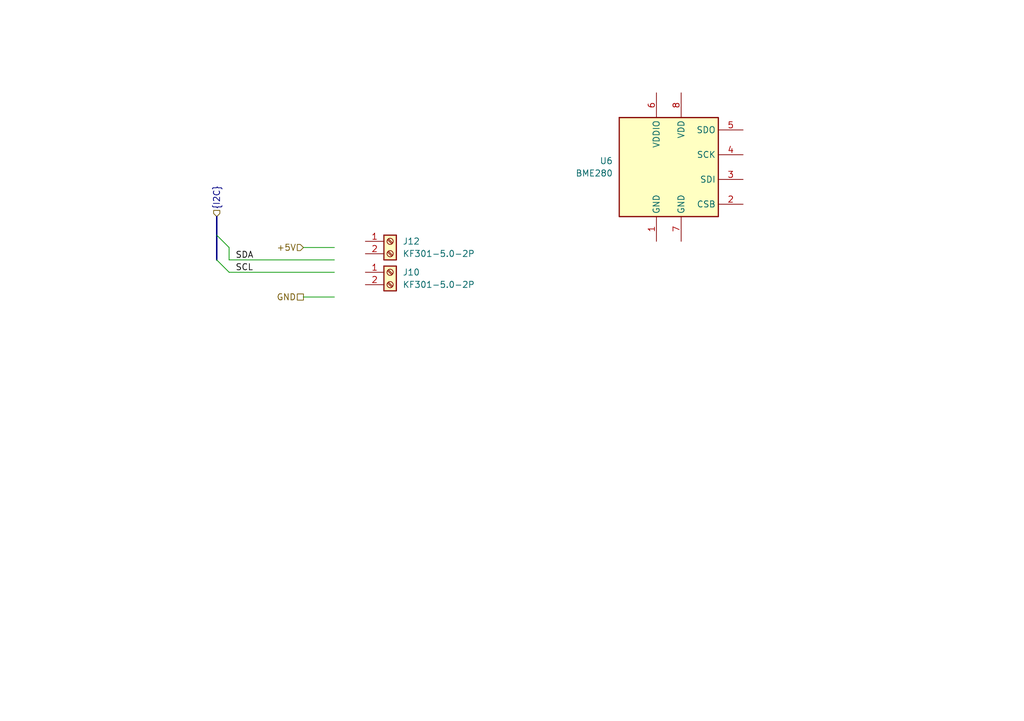
<source format=kicad_sch>
(kicad_sch (version 20231120) (generator "eeschema") (generator_version "8.0")
  (paper "A5")
  (title_block (title "MCU interfaces") (date "2024-04-17") (rev "1.0"))
  (lib_symbols
    (symbol "Connector:Screw_Terminal_01x02" (pin_names (offset 1.016) hide)
      (property "Reference" "J" (at 0 2.54 0))
      (property "Value" "Screw_Terminal_01x02" (at 0 -5.08 0))
      (symbol "Screw_Terminal_01x02_1_1"
        (rectangle (start -1.27 1.27) (end 1.27 -3.81) (stroke (width 0.254)) (fill (type background)))
        (circle (center 0 -2.54) (radius 0.635) (stroke (width 0.1524)))
        (polyline (pts (xy -0.5334 -2.2098) (xy 0.3302 -3.048)) (stroke (width 0.1524)))
        (polyline (pts (xy -0.5334 0.3302) (xy 0.3302 -0.508)) (stroke (width 0.1524)))
        (polyline (pts (xy -0.3556 -2.032) (xy 0.508 -2.8702)) (stroke (width 0.1524)))
        (polyline (pts (xy -0.3556 0.508) (xy 0.508 -0.3302)) (stroke (width 0.1524)))
        (circle (center 0 0) (radius 0.635) (stroke (width 0.1524)))
        (pin passive line (at -5.08 0 0) (length 3.81) (name "Pin_1") (number "1"))
        (pin passive line (at -5.08 -2.54 0) (length 3.81) (name "Pin_2") (number "2"))
      )
    )
    (symbol "Sensor:BME280"
      (property "Reference" "U" (at -8.89 11.43 0))
      (property "Value" "BME280" (at 7.62 11.43 0))
      (symbol "BME280_0_1"
        (rectangle (start -10.16 10.16) (end 10.16 -10.16) (stroke (width 0.254)) (fill (type background)))
      )
      (symbol "BME280_1_1"
        (pin power_in line (at -2.54 -15.24 90) (length 5.08) (name "GND") (number "1"))
        (pin input line (at 15.24 -7.62 180) (length 5.08) (name "CSB") (number "2"))
        (pin bidirectional line (at 15.24 -2.54 180) (length 5.08) (name "SDI") (number "3"))
        (pin input line (at 15.24 2.54 180) (length 5.08) (name "SCK") (number "4"))
        (pin bidirectional line (at 15.24 7.62 180) (length 5.08) (name "SDO") (number "5"))
        (pin power_in line (at -2.54 15.24 270) (length 5.08) (name "VDDIO") (number "6"))
        (pin power_in line (at 2.54 -15.24 90) (length 5.08) (name "GND") (number "7"))
        (pin power_in line (at 2.54 15.24 270) (length 5.08) (name "VDD") (number "8"))
      )
    )
  )
  (bus_entry (at 44.45 53.34) (size 2.54 2.54))
  (bus_entry (at 44.45 48.26) (size 2.54 2.54))
  (wire (pts (xy 62.23 50.8) (xy 68.58 50.8)))
  (wire (pts (xy 46.99 55.88) (xy 68.58 55.88)))
  (bus (pts (xy 44.45 44.45) (xy 44.45 48.26)))
  (wire (pts (xy 46.99 50.8) (xy 46.99 53.34)))
  (bus (pts (xy 44.45 48.26) (xy 44.45 53.34)))
  (wire (pts (xy 46.99 53.34) (xy 68.58 53.34)))
  (wire (pts (xy 62.23 60.96) (xy 68.58 60.96)))
  (label "SCL" (at 48.26 55.88 0))
  (label "SDA" (at 48.26 53.34 0))
  (hierarchical_label "{I2C}" (shape input) (at 44.45 44.45 90))
  (hierarchical_label "+5V" (shape input) (at 62.23 50.8 180))
  (hierarchical_label "GND" (shape passive) (at 62.23 60.96 180))
  (symbol (lib_id "Connector:Screw_Terminal_01x02") (at 80.01 55.88 0) (unit 1)
    (property "Reference" "J10" (at 82.55 55.8799 0) (effects (justify left)))
    (property "Value" "KF301-5.0-2P" (at 82.55 58.4199 0) (effects (justify left)))
    (property "Footprint" "TerminalBlock_Phoenix:TerminalBlock_Phoenix_MKDS-1,5-2_1x02_P5.00mm_Horizontal" (effects (hide yes)))
    (property "Description" "Generic screw terminal, single row, 01x02, script generated (kicad-library-utils/schlib/autogen/connector/)" (effects (hide yes)))
  )
  (symbol (lib_id "Connector:Screw_Terminal_01x02") (at 80.01 49.53 0) (unit 1)
    (property "Reference" "J12" (at 82.55 49.5299 0) (effects (justify left)))
    (property "Value" "KF301-5.0-2P" (at 82.55 52.0699 0) (effects (justify left)))
    (property "Footprint" "TerminalBlock_Phoenix:TerminalBlock_Phoenix_MKDS-1,5-2_1x02_P5.00mm_Horizontal" (effects (hide yes)))
    (property "Description" "Generic screw terminal, single row, 01x02, script generated (kicad-library-utils/schlib/autogen/connector/)" (effects (hide yes)))
  )
  (symbol (lib_id "Sensor:BME280") (at 137.16 34.29 0) (unit 1)
    (property "Reference" "U6" (at 125.73 33.0199 0) (effects (justify right)))
    (property "Value" "BME280" (at 125.73 35.5599 0) (effects (justify right)))
    (property "Footprint" "Package_LGA:Bosch_LGA-8_2.5x2.5mm_P0.65mm_ClockwisePinNumbering" (effects (hide yes)))
    (property "Datasheet" "https://www.bosch-sensortec.com/media/boschsensortec/downloads/datasheets/bst-bme280-ds002.pdf" (effects (hide yes)))
    (property "Description" "3-in-1 sensor, humidity, pressure, temperature, I2C and SPI interface, 1.71-3.6V, LGA-8" (effects (hide yes)))
  )
)
</source>
